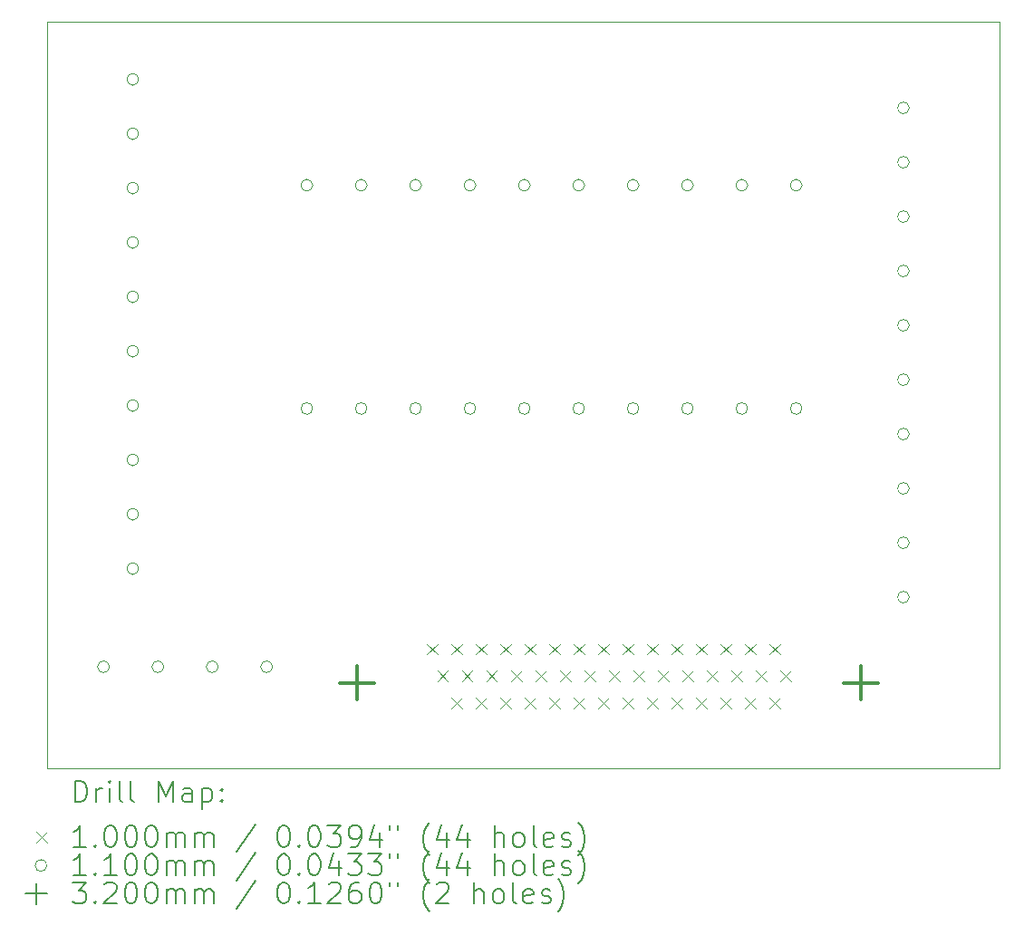
<source format=gbr>
%TF.GenerationSoftware,KiCad,Pcbnew,9.0.4*%
%TF.CreationDate,2025-12-21T19:52:21-05:00*%
%TF.ProjectId,DB44_breakout,44423434-5f62-4726-9561-6b6f75742e6b,rev?*%
%TF.SameCoordinates,Original*%
%TF.FileFunction,Drillmap*%
%TF.FilePolarity,Positive*%
%FSLAX45Y45*%
G04 Gerber Fmt 4.5, Leading zero omitted, Abs format (unit mm)*
G04 Created by KiCad (PCBNEW 9.0.4) date 2025-12-21 19:52:21*
%MOMM*%
%LPD*%
G01*
G04 APERTURE LIST*
%ADD10C,0.050000*%
%ADD11C,0.200000*%
%ADD12C,0.100000*%
%ADD13C,0.110000*%
%ADD14C,0.320000*%
G04 APERTURE END LIST*
D10*
X18100000Y-11500000D02*
X18100000Y-4525000D01*
X9200000Y-11500000D02*
X11350000Y-11500000D01*
X16800000Y-11500000D02*
X11350000Y-11500000D01*
X18100000Y-4525000D02*
X9200000Y-4525000D01*
X16800000Y-11500000D02*
X18100000Y-11500000D01*
X9200000Y-4525000D02*
X9200000Y-11500000D01*
D11*
D12*
X12745500Y-10335000D02*
X12845500Y-10435000D01*
X12845500Y-10335000D02*
X12745500Y-10435000D01*
X12845500Y-10585000D02*
X12945500Y-10685000D01*
X12945500Y-10585000D02*
X12845500Y-10685000D01*
X12974500Y-10335000D02*
X13074500Y-10435000D01*
X13074500Y-10335000D02*
X12974500Y-10435000D01*
X12974500Y-10840000D02*
X13074500Y-10940000D01*
X13074500Y-10840000D02*
X12974500Y-10940000D01*
X13074500Y-10585000D02*
X13174500Y-10685000D01*
X13174500Y-10585000D02*
X13074500Y-10685000D01*
X13203500Y-10335000D02*
X13303500Y-10435000D01*
X13303500Y-10335000D02*
X13203500Y-10435000D01*
X13203500Y-10840000D02*
X13303500Y-10940000D01*
X13303500Y-10840000D02*
X13203500Y-10940000D01*
X13303500Y-10585000D02*
X13403500Y-10685000D01*
X13403500Y-10585000D02*
X13303500Y-10685000D01*
X13432500Y-10335000D02*
X13532500Y-10435000D01*
X13532500Y-10335000D02*
X13432500Y-10435000D01*
X13432500Y-10840000D02*
X13532500Y-10940000D01*
X13532500Y-10840000D02*
X13432500Y-10940000D01*
X13532500Y-10585000D02*
X13632500Y-10685000D01*
X13632500Y-10585000D02*
X13532500Y-10685000D01*
X13661500Y-10335000D02*
X13761500Y-10435000D01*
X13761500Y-10335000D02*
X13661500Y-10435000D01*
X13661500Y-10840000D02*
X13761500Y-10940000D01*
X13761500Y-10840000D02*
X13661500Y-10940000D01*
X13761500Y-10585000D02*
X13861500Y-10685000D01*
X13861500Y-10585000D02*
X13761500Y-10685000D01*
X13890500Y-10335000D02*
X13990500Y-10435000D01*
X13990500Y-10335000D02*
X13890500Y-10435000D01*
X13890500Y-10840000D02*
X13990500Y-10940000D01*
X13990500Y-10840000D02*
X13890500Y-10940000D01*
X13990500Y-10585000D02*
X14090500Y-10685000D01*
X14090500Y-10585000D02*
X13990500Y-10685000D01*
X14119500Y-10335000D02*
X14219500Y-10435000D01*
X14219500Y-10335000D02*
X14119500Y-10435000D01*
X14119500Y-10840000D02*
X14219500Y-10940000D01*
X14219500Y-10840000D02*
X14119500Y-10940000D01*
X14219500Y-10585000D02*
X14319500Y-10685000D01*
X14319500Y-10585000D02*
X14219500Y-10685000D01*
X14348500Y-10335000D02*
X14448500Y-10435000D01*
X14448500Y-10335000D02*
X14348500Y-10435000D01*
X14348500Y-10840000D02*
X14448500Y-10940000D01*
X14448500Y-10840000D02*
X14348500Y-10940000D01*
X14448500Y-10585000D02*
X14548500Y-10685000D01*
X14548500Y-10585000D02*
X14448500Y-10685000D01*
X14577500Y-10335000D02*
X14677500Y-10435000D01*
X14677500Y-10335000D02*
X14577500Y-10435000D01*
X14577500Y-10840000D02*
X14677500Y-10940000D01*
X14677500Y-10840000D02*
X14577500Y-10940000D01*
X14677500Y-10585000D02*
X14777500Y-10685000D01*
X14777500Y-10585000D02*
X14677500Y-10685000D01*
X14806500Y-10335000D02*
X14906500Y-10435000D01*
X14906500Y-10335000D02*
X14806500Y-10435000D01*
X14806500Y-10840000D02*
X14906500Y-10940000D01*
X14906500Y-10840000D02*
X14806500Y-10940000D01*
X14906500Y-10585000D02*
X15006500Y-10685000D01*
X15006500Y-10585000D02*
X14906500Y-10685000D01*
X15035500Y-10335000D02*
X15135500Y-10435000D01*
X15135500Y-10335000D02*
X15035500Y-10435000D01*
X15035500Y-10840000D02*
X15135500Y-10940000D01*
X15135500Y-10840000D02*
X15035500Y-10940000D01*
X15135500Y-10585000D02*
X15235500Y-10685000D01*
X15235500Y-10585000D02*
X15135500Y-10685000D01*
X15264500Y-10335000D02*
X15364500Y-10435000D01*
X15364500Y-10335000D02*
X15264500Y-10435000D01*
X15264500Y-10840000D02*
X15364500Y-10940000D01*
X15364500Y-10840000D02*
X15264500Y-10940000D01*
X15364500Y-10585000D02*
X15464500Y-10685000D01*
X15464500Y-10585000D02*
X15364500Y-10685000D01*
X15493500Y-10335000D02*
X15593500Y-10435000D01*
X15593500Y-10335000D02*
X15493500Y-10435000D01*
X15493500Y-10840000D02*
X15593500Y-10940000D01*
X15593500Y-10840000D02*
X15493500Y-10940000D01*
X15593500Y-10585000D02*
X15693500Y-10685000D01*
X15693500Y-10585000D02*
X15593500Y-10685000D01*
X15722500Y-10335000D02*
X15822500Y-10435000D01*
X15822500Y-10335000D02*
X15722500Y-10435000D01*
X15722500Y-10840000D02*
X15822500Y-10940000D01*
X15822500Y-10840000D02*
X15722500Y-10940000D01*
X15822500Y-10585000D02*
X15922500Y-10685000D01*
X15922500Y-10585000D02*
X15822500Y-10685000D01*
X15951500Y-10335000D02*
X16051500Y-10435000D01*
X16051500Y-10335000D02*
X15951500Y-10435000D01*
X15951500Y-10840000D02*
X16051500Y-10940000D01*
X16051500Y-10840000D02*
X15951500Y-10940000D01*
X16051500Y-10585000D02*
X16151500Y-10685000D01*
X16151500Y-10585000D02*
X16051500Y-10685000D01*
D13*
X9781000Y-10550000D02*
G75*
G02*
X9671000Y-10550000I-55000J0D01*
G01*
X9671000Y-10550000D02*
G75*
G02*
X9781000Y-10550000I55000J0D01*
G01*
X10055000Y-5060000D02*
G75*
G02*
X9945000Y-5060000I-55000J0D01*
G01*
X9945000Y-5060000D02*
G75*
G02*
X10055000Y-5060000I55000J0D01*
G01*
X10055000Y-5568000D02*
G75*
G02*
X9945000Y-5568000I-55000J0D01*
G01*
X9945000Y-5568000D02*
G75*
G02*
X10055000Y-5568000I55000J0D01*
G01*
X10055000Y-6076000D02*
G75*
G02*
X9945000Y-6076000I-55000J0D01*
G01*
X9945000Y-6076000D02*
G75*
G02*
X10055000Y-6076000I55000J0D01*
G01*
X10055000Y-6584000D02*
G75*
G02*
X9945000Y-6584000I-55000J0D01*
G01*
X9945000Y-6584000D02*
G75*
G02*
X10055000Y-6584000I55000J0D01*
G01*
X10055000Y-7092000D02*
G75*
G02*
X9945000Y-7092000I-55000J0D01*
G01*
X9945000Y-7092000D02*
G75*
G02*
X10055000Y-7092000I55000J0D01*
G01*
X10055000Y-7600000D02*
G75*
G02*
X9945000Y-7600000I-55000J0D01*
G01*
X9945000Y-7600000D02*
G75*
G02*
X10055000Y-7600000I55000J0D01*
G01*
X10055000Y-8108000D02*
G75*
G02*
X9945000Y-8108000I-55000J0D01*
G01*
X9945000Y-8108000D02*
G75*
G02*
X10055000Y-8108000I55000J0D01*
G01*
X10055000Y-8616000D02*
G75*
G02*
X9945000Y-8616000I-55000J0D01*
G01*
X9945000Y-8616000D02*
G75*
G02*
X10055000Y-8616000I55000J0D01*
G01*
X10055000Y-9124000D02*
G75*
G02*
X9945000Y-9124000I-55000J0D01*
G01*
X9945000Y-9124000D02*
G75*
G02*
X10055000Y-9124000I55000J0D01*
G01*
X10055000Y-9632000D02*
G75*
G02*
X9945000Y-9632000I-55000J0D01*
G01*
X9945000Y-9632000D02*
G75*
G02*
X10055000Y-9632000I55000J0D01*
G01*
X10289000Y-10550000D02*
G75*
G02*
X10179000Y-10550000I-55000J0D01*
G01*
X10179000Y-10550000D02*
G75*
G02*
X10289000Y-10550000I55000J0D01*
G01*
X10797000Y-10550000D02*
G75*
G02*
X10687000Y-10550000I-55000J0D01*
G01*
X10687000Y-10550000D02*
G75*
G02*
X10797000Y-10550000I55000J0D01*
G01*
X11305000Y-10550000D02*
G75*
G02*
X11195000Y-10550000I-55000J0D01*
G01*
X11195000Y-10550000D02*
G75*
G02*
X11305000Y-10550000I55000J0D01*
G01*
X11681000Y-6050000D02*
G75*
G02*
X11571000Y-6050000I-55000J0D01*
G01*
X11571000Y-6050000D02*
G75*
G02*
X11681000Y-6050000I55000J0D01*
G01*
X11681000Y-8136000D02*
G75*
G02*
X11571000Y-8136000I-55000J0D01*
G01*
X11571000Y-8136000D02*
G75*
G02*
X11681000Y-8136000I55000J0D01*
G01*
X12189000Y-6050000D02*
G75*
G02*
X12079000Y-6050000I-55000J0D01*
G01*
X12079000Y-6050000D02*
G75*
G02*
X12189000Y-6050000I55000J0D01*
G01*
X12189000Y-8136000D02*
G75*
G02*
X12079000Y-8136000I-55000J0D01*
G01*
X12079000Y-8136000D02*
G75*
G02*
X12189000Y-8136000I55000J0D01*
G01*
X12697000Y-6050000D02*
G75*
G02*
X12587000Y-6050000I-55000J0D01*
G01*
X12587000Y-6050000D02*
G75*
G02*
X12697000Y-6050000I55000J0D01*
G01*
X12697000Y-8136000D02*
G75*
G02*
X12587000Y-8136000I-55000J0D01*
G01*
X12587000Y-8136000D02*
G75*
G02*
X12697000Y-8136000I55000J0D01*
G01*
X13205000Y-6050000D02*
G75*
G02*
X13095000Y-6050000I-55000J0D01*
G01*
X13095000Y-6050000D02*
G75*
G02*
X13205000Y-6050000I55000J0D01*
G01*
X13205000Y-8136000D02*
G75*
G02*
X13095000Y-8136000I-55000J0D01*
G01*
X13095000Y-8136000D02*
G75*
G02*
X13205000Y-8136000I55000J0D01*
G01*
X13713000Y-6050000D02*
G75*
G02*
X13603000Y-6050000I-55000J0D01*
G01*
X13603000Y-6050000D02*
G75*
G02*
X13713000Y-6050000I55000J0D01*
G01*
X13713000Y-8136000D02*
G75*
G02*
X13603000Y-8136000I-55000J0D01*
G01*
X13603000Y-8136000D02*
G75*
G02*
X13713000Y-8136000I55000J0D01*
G01*
X14221000Y-6050000D02*
G75*
G02*
X14111000Y-6050000I-55000J0D01*
G01*
X14111000Y-6050000D02*
G75*
G02*
X14221000Y-6050000I55000J0D01*
G01*
X14221000Y-8136000D02*
G75*
G02*
X14111000Y-8136000I-55000J0D01*
G01*
X14111000Y-8136000D02*
G75*
G02*
X14221000Y-8136000I55000J0D01*
G01*
X14729000Y-6050000D02*
G75*
G02*
X14619000Y-6050000I-55000J0D01*
G01*
X14619000Y-6050000D02*
G75*
G02*
X14729000Y-6050000I55000J0D01*
G01*
X14729000Y-8136000D02*
G75*
G02*
X14619000Y-8136000I-55000J0D01*
G01*
X14619000Y-8136000D02*
G75*
G02*
X14729000Y-8136000I55000J0D01*
G01*
X15237000Y-6050000D02*
G75*
G02*
X15127000Y-6050000I-55000J0D01*
G01*
X15127000Y-6050000D02*
G75*
G02*
X15237000Y-6050000I55000J0D01*
G01*
X15237000Y-8136000D02*
G75*
G02*
X15127000Y-8136000I-55000J0D01*
G01*
X15127000Y-8136000D02*
G75*
G02*
X15237000Y-8136000I55000J0D01*
G01*
X15745000Y-6050000D02*
G75*
G02*
X15635000Y-6050000I-55000J0D01*
G01*
X15635000Y-6050000D02*
G75*
G02*
X15745000Y-6050000I55000J0D01*
G01*
X15745000Y-8136000D02*
G75*
G02*
X15635000Y-8136000I-55000J0D01*
G01*
X15635000Y-8136000D02*
G75*
G02*
X15745000Y-8136000I55000J0D01*
G01*
X16253000Y-6050000D02*
G75*
G02*
X16143000Y-6050000I-55000J0D01*
G01*
X16143000Y-6050000D02*
G75*
G02*
X16253000Y-6050000I55000J0D01*
G01*
X16253000Y-8136000D02*
G75*
G02*
X16143000Y-8136000I-55000J0D01*
G01*
X16143000Y-8136000D02*
G75*
G02*
X16253000Y-8136000I55000J0D01*
G01*
X17255000Y-5327000D02*
G75*
G02*
X17145000Y-5327000I-55000J0D01*
G01*
X17145000Y-5327000D02*
G75*
G02*
X17255000Y-5327000I55000J0D01*
G01*
X17255000Y-5835000D02*
G75*
G02*
X17145000Y-5835000I-55000J0D01*
G01*
X17145000Y-5835000D02*
G75*
G02*
X17255000Y-5835000I55000J0D01*
G01*
X17255000Y-6343000D02*
G75*
G02*
X17145000Y-6343000I-55000J0D01*
G01*
X17145000Y-6343000D02*
G75*
G02*
X17255000Y-6343000I55000J0D01*
G01*
X17255000Y-6851000D02*
G75*
G02*
X17145000Y-6851000I-55000J0D01*
G01*
X17145000Y-6851000D02*
G75*
G02*
X17255000Y-6851000I55000J0D01*
G01*
X17255000Y-7359000D02*
G75*
G02*
X17145000Y-7359000I-55000J0D01*
G01*
X17145000Y-7359000D02*
G75*
G02*
X17255000Y-7359000I55000J0D01*
G01*
X17255000Y-7867000D02*
G75*
G02*
X17145000Y-7867000I-55000J0D01*
G01*
X17145000Y-7867000D02*
G75*
G02*
X17255000Y-7867000I55000J0D01*
G01*
X17255000Y-8375000D02*
G75*
G02*
X17145000Y-8375000I-55000J0D01*
G01*
X17145000Y-8375000D02*
G75*
G02*
X17255000Y-8375000I55000J0D01*
G01*
X17255000Y-8883000D02*
G75*
G02*
X17145000Y-8883000I-55000J0D01*
G01*
X17145000Y-8883000D02*
G75*
G02*
X17255000Y-8883000I55000J0D01*
G01*
X17255000Y-9391000D02*
G75*
G02*
X17145000Y-9391000I-55000J0D01*
G01*
X17145000Y-9391000D02*
G75*
G02*
X17255000Y-9391000I55000J0D01*
G01*
X17255000Y-9899000D02*
G75*
G02*
X17145000Y-9899000I-55000J0D01*
G01*
X17145000Y-9899000D02*
G75*
G02*
X17255000Y-9899000I55000J0D01*
G01*
D14*
X12094000Y-10539000D02*
X12094000Y-10859000D01*
X11934000Y-10699000D02*
X12254000Y-10699000D01*
X16804000Y-10539000D02*
X16804000Y-10859000D01*
X16644000Y-10699000D02*
X16964000Y-10699000D01*
D11*
X9458277Y-11813984D02*
X9458277Y-11613984D01*
X9458277Y-11613984D02*
X9505896Y-11613984D01*
X9505896Y-11613984D02*
X9534467Y-11623508D01*
X9534467Y-11623508D02*
X9553515Y-11642555D01*
X9553515Y-11642555D02*
X9563039Y-11661603D01*
X9563039Y-11661603D02*
X9572563Y-11699698D01*
X9572563Y-11699698D02*
X9572563Y-11728269D01*
X9572563Y-11728269D02*
X9563039Y-11766365D01*
X9563039Y-11766365D02*
X9553515Y-11785412D01*
X9553515Y-11785412D02*
X9534467Y-11804460D01*
X9534467Y-11804460D02*
X9505896Y-11813984D01*
X9505896Y-11813984D02*
X9458277Y-11813984D01*
X9658277Y-11813984D02*
X9658277Y-11680650D01*
X9658277Y-11718746D02*
X9667801Y-11699698D01*
X9667801Y-11699698D02*
X9677324Y-11690174D01*
X9677324Y-11690174D02*
X9696372Y-11680650D01*
X9696372Y-11680650D02*
X9715420Y-11680650D01*
X9782086Y-11813984D02*
X9782086Y-11680650D01*
X9782086Y-11613984D02*
X9772563Y-11623508D01*
X9772563Y-11623508D02*
X9782086Y-11633031D01*
X9782086Y-11633031D02*
X9791610Y-11623508D01*
X9791610Y-11623508D02*
X9782086Y-11613984D01*
X9782086Y-11613984D02*
X9782086Y-11633031D01*
X9905896Y-11813984D02*
X9886848Y-11804460D01*
X9886848Y-11804460D02*
X9877324Y-11785412D01*
X9877324Y-11785412D02*
X9877324Y-11613984D01*
X10010658Y-11813984D02*
X9991610Y-11804460D01*
X9991610Y-11804460D02*
X9982086Y-11785412D01*
X9982086Y-11785412D02*
X9982086Y-11613984D01*
X10239229Y-11813984D02*
X10239229Y-11613984D01*
X10239229Y-11613984D02*
X10305896Y-11756841D01*
X10305896Y-11756841D02*
X10372563Y-11613984D01*
X10372563Y-11613984D02*
X10372563Y-11813984D01*
X10553515Y-11813984D02*
X10553515Y-11709222D01*
X10553515Y-11709222D02*
X10543991Y-11690174D01*
X10543991Y-11690174D02*
X10524944Y-11680650D01*
X10524944Y-11680650D02*
X10486848Y-11680650D01*
X10486848Y-11680650D02*
X10467801Y-11690174D01*
X10553515Y-11804460D02*
X10534467Y-11813984D01*
X10534467Y-11813984D02*
X10486848Y-11813984D01*
X10486848Y-11813984D02*
X10467801Y-11804460D01*
X10467801Y-11804460D02*
X10458277Y-11785412D01*
X10458277Y-11785412D02*
X10458277Y-11766365D01*
X10458277Y-11766365D02*
X10467801Y-11747317D01*
X10467801Y-11747317D02*
X10486848Y-11737793D01*
X10486848Y-11737793D02*
X10534467Y-11737793D01*
X10534467Y-11737793D02*
X10553515Y-11728269D01*
X10648753Y-11680650D02*
X10648753Y-11880650D01*
X10648753Y-11690174D02*
X10667801Y-11680650D01*
X10667801Y-11680650D02*
X10705896Y-11680650D01*
X10705896Y-11680650D02*
X10724944Y-11690174D01*
X10724944Y-11690174D02*
X10734467Y-11699698D01*
X10734467Y-11699698D02*
X10743991Y-11718746D01*
X10743991Y-11718746D02*
X10743991Y-11775888D01*
X10743991Y-11775888D02*
X10734467Y-11794936D01*
X10734467Y-11794936D02*
X10724944Y-11804460D01*
X10724944Y-11804460D02*
X10705896Y-11813984D01*
X10705896Y-11813984D02*
X10667801Y-11813984D01*
X10667801Y-11813984D02*
X10648753Y-11804460D01*
X10829705Y-11794936D02*
X10839229Y-11804460D01*
X10839229Y-11804460D02*
X10829705Y-11813984D01*
X10829705Y-11813984D02*
X10820182Y-11804460D01*
X10820182Y-11804460D02*
X10829705Y-11794936D01*
X10829705Y-11794936D02*
X10829705Y-11813984D01*
X10829705Y-11690174D02*
X10839229Y-11699698D01*
X10839229Y-11699698D02*
X10829705Y-11709222D01*
X10829705Y-11709222D02*
X10820182Y-11699698D01*
X10820182Y-11699698D02*
X10829705Y-11690174D01*
X10829705Y-11690174D02*
X10829705Y-11709222D01*
D12*
X9097500Y-12092500D02*
X9197500Y-12192500D01*
X9197500Y-12092500D02*
X9097500Y-12192500D01*
D11*
X9563039Y-12233984D02*
X9448753Y-12233984D01*
X9505896Y-12233984D02*
X9505896Y-12033984D01*
X9505896Y-12033984D02*
X9486848Y-12062555D01*
X9486848Y-12062555D02*
X9467801Y-12081603D01*
X9467801Y-12081603D02*
X9448753Y-12091127D01*
X9648753Y-12214936D02*
X9658277Y-12224460D01*
X9658277Y-12224460D02*
X9648753Y-12233984D01*
X9648753Y-12233984D02*
X9639229Y-12224460D01*
X9639229Y-12224460D02*
X9648753Y-12214936D01*
X9648753Y-12214936D02*
X9648753Y-12233984D01*
X9782086Y-12033984D02*
X9801134Y-12033984D01*
X9801134Y-12033984D02*
X9820182Y-12043508D01*
X9820182Y-12043508D02*
X9829705Y-12053031D01*
X9829705Y-12053031D02*
X9839229Y-12072079D01*
X9839229Y-12072079D02*
X9848753Y-12110174D01*
X9848753Y-12110174D02*
X9848753Y-12157793D01*
X9848753Y-12157793D02*
X9839229Y-12195888D01*
X9839229Y-12195888D02*
X9829705Y-12214936D01*
X9829705Y-12214936D02*
X9820182Y-12224460D01*
X9820182Y-12224460D02*
X9801134Y-12233984D01*
X9801134Y-12233984D02*
X9782086Y-12233984D01*
X9782086Y-12233984D02*
X9763039Y-12224460D01*
X9763039Y-12224460D02*
X9753515Y-12214936D01*
X9753515Y-12214936D02*
X9743991Y-12195888D01*
X9743991Y-12195888D02*
X9734467Y-12157793D01*
X9734467Y-12157793D02*
X9734467Y-12110174D01*
X9734467Y-12110174D02*
X9743991Y-12072079D01*
X9743991Y-12072079D02*
X9753515Y-12053031D01*
X9753515Y-12053031D02*
X9763039Y-12043508D01*
X9763039Y-12043508D02*
X9782086Y-12033984D01*
X9972563Y-12033984D02*
X9991610Y-12033984D01*
X9991610Y-12033984D02*
X10010658Y-12043508D01*
X10010658Y-12043508D02*
X10020182Y-12053031D01*
X10020182Y-12053031D02*
X10029705Y-12072079D01*
X10029705Y-12072079D02*
X10039229Y-12110174D01*
X10039229Y-12110174D02*
X10039229Y-12157793D01*
X10039229Y-12157793D02*
X10029705Y-12195888D01*
X10029705Y-12195888D02*
X10020182Y-12214936D01*
X10020182Y-12214936D02*
X10010658Y-12224460D01*
X10010658Y-12224460D02*
X9991610Y-12233984D01*
X9991610Y-12233984D02*
X9972563Y-12233984D01*
X9972563Y-12233984D02*
X9953515Y-12224460D01*
X9953515Y-12224460D02*
X9943991Y-12214936D01*
X9943991Y-12214936D02*
X9934467Y-12195888D01*
X9934467Y-12195888D02*
X9924944Y-12157793D01*
X9924944Y-12157793D02*
X9924944Y-12110174D01*
X9924944Y-12110174D02*
X9934467Y-12072079D01*
X9934467Y-12072079D02*
X9943991Y-12053031D01*
X9943991Y-12053031D02*
X9953515Y-12043508D01*
X9953515Y-12043508D02*
X9972563Y-12033984D01*
X10163039Y-12033984D02*
X10182086Y-12033984D01*
X10182086Y-12033984D02*
X10201134Y-12043508D01*
X10201134Y-12043508D02*
X10210658Y-12053031D01*
X10210658Y-12053031D02*
X10220182Y-12072079D01*
X10220182Y-12072079D02*
X10229705Y-12110174D01*
X10229705Y-12110174D02*
X10229705Y-12157793D01*
X10229705Y-12157793D02*
X10220182Y-12195888D01*
X10220182Y-12195888D02*
X10210658Y-12214936D01*
X10210658Y-12214936D02*
X10201134Y-12224460D01*
X10201134Y-12224460D02*
X10182086Y-12233984D01*
X10182086Y-12233984D02*
X10163039Y-12233984D01*
X10163039Y-12233984D02*
X10143991Y-12224460D01*
X10143991Y-12224460D02*
X10134467Y-12214936D01*
X10134467Y-12214936D02*
X10124944Y-12195888D01*
X10124944Y-12195888D02*
X10115420Y-12157793D01*
X10115420Y-12157793D02*
X10115420Y-12110174D01*
X10115420Y-12110174D02*
X10124944Y-12072079D01*
X10124944Y-12072079D02*
X10134467Y-12053031D01*
X10134467Y-12053031D02*
X10143991Y-12043508D01*
X10143991Y-12043508D02*
X10163039Y-12033984D01*
X10315420Y-12233984D02*
X10315420Y-12100650D01*
X10315420Y-12119698D02*
X10324944Y-12110174D01*
X10324944Y-12110174D02*
X10343991Y-12100650D01*
X10343991Y-12100650D02*
X10372563Y-12100650D01*
X10372563Y-12100650D02*
X10391610Y-12110174D01*
X10391610Y-12110174D02*
X10401134Y-12129222D01*
X10401134Y-12129222D02*
X10401134Y-12233984D01*
X10401134Y-12129222D02*
X10410658Y-12110174D01*
X10410658Y-12110174D02*
X10429705Y-12100650D01*
X10429705Y-12100650D02*
X10458277Y-12100650D01*
X10458277Y-12100650D02*
X10477325Y-12110174D01*
X10477325Y-12110174D02*
X10486848Y-12129222D01*
X10486848Y-12129222D02*
X10486848Y-12233984D01*
X10582086Y-12233984D02*
X10582086Y-12100650D01*
X10582086Y-12119698D02*
X10591610Y-12110174D01*
X10591610Y-12110174D02*
X10610658Y-12100650D01*
X10610658Y-12100650D02*
X10639229Y-12100650D01*
X10639229Y-12100650D02*
X10658277Y-12110174D01*
X10658277Y-12110174D02*
X10667801Y-12129222D01*
X10667801Y-12129222D02*
X10667801Y-12233984D01*
X10667801Y-12129222D02*
X10677325Y-12110174D01*
X10677325Y-12110174D02*
X10696372Y-12100650D01*
X10696372Y-12100650D02*
X10724944Y-12100650D01*
X10724944Y-12100650D02*
X10743991Y-12110174D01*
X10743991Y-12110174D02*
X10753515Y-12129222D01*
X10753515Y-12129222D02*
X10753515Y-12233984D01*
X11143991Y-12024460D02*
X10972563Y-12281603D01*
X11401134Y-12033984D02*
X11420182Y-12033984D01*
X11420182Y-12033984D02*
X11439229Y-12043508D01*
X11439229Y-12043508D02*
X11448753Y-12053031D01*
X11448753Y-12053031D02*
X11458277Y-12072079D01*
X11458277Y-12072079D02*
X11467801Y-12110174D01*
X11467801Y-12110174D02*
X11467801Y-12157793D01*
X11467801Y-12157793D02*
X11458277Y-12195888D01*
X11458277Y-12195888D02*
X11448753Y-12214936D01*
X11448753Y-12214936D02*
X11439229Y-12224460D01*
X11439229Y-12224460D02*
X11420182Y-12233984D01*
X11420182Y-12233984D02*
X11401134Y-12233984D01*
X11401134Y-12233984D02*
X11382086Y-12224460D01*
X11382086Y-12224460D02*
X11372563Y-12214936D01*
X11372563Y-12214936D02*
X11363039Y-12195888D01*
X11363039Y-12195888D02*
X11353515Y-12157793D01*
X11353515Y-12157793D02*
X11353515Y-12110174D01*
X11353515Y-12110174D02*
X11363039Y-12072079D01*
X11363039Y-12072079D02*
X11372563Y-12053031D01*
X11372563Y-12053031D02*
X11382086Y-12043508D01*
X11382086Y-12043508D02*
X11401134Y-12033984D01*
X11553515Y-12214936D02*
X11563039Y-12224460D01*
X11563039Y-12224460D02*
X11553515Y-12233984D01*
X11553515Y-12233984D02*
X11543991Y-12224460D01*
X11543991Y-12224460D02*
X11553515Y-12214936D01*
X11553515Y-12214936D02*
X11553515Y-12233984D01*
X11686848Y-12033984D02*
X11705896Y-12033984D01*
X11705896Y-12033984D02*
X11724944Y-12043508D01*
X11724944Y-12043508D02*
X11734467Y-12053031D01*
X11734467Y-12053031D02*
X11743991Y-12072079D01*
X11743991Y-12072079D02*
X11753515Y-12110174D01*
X11753515Y-12110174D02*
X11753515Y-12157793D01*
X11753515Y-12157793D02*
X11743991Y-12195888D01*
X11743991Y-12195888D02*
X11734467Y-12214936D01*
X11734467Y-12214936D02*
X11724944Y-12224460D01*
X11724944Y-12224460D02*
X11705896Y-12233984D01*
X11705896Y-12233984D02*
X11686848Y-12233984D01*
X11686848Y-12233984D02*
X11667801Y-12224460D01*
X11667801Y-12224460D02*
X11658277Y-12214936D01*
X11658277Y-12214936D02*
X11648753Y-12195888D01*
X11648753Y-12195888D02*
X11639229Y-12157793D01*
X11639229Y-12157793D02*
X11639229Y-12110174D01*
X11639229Y-12110174D02*
X11648753Y-12072079D01*
X11648753Y-12072079D02*
X11658277Y-12053031D01*
X11658277Y-12053031D02*
X11667801Y-12043508D01*
X11667801Y-12043508D02*
X11686848Y-12033984D01*
X11820182Y-12033984D02*
X11943991Y-12033984D01*
X11943991Y-12033984D02*
X11877325Y-12110174D01*
X11877325Y-12110174D02*
X11905896Y-12110174D01*
X11905896Y-12110174D02*
X11924944Y-12119698D01*
X11924944Y-12119698D02*
X11934467Y-12129222D01*
X11934467Y-12129222D02*
X11943991Y-12148269D01*
X11943991Y-12148269D02*
X11943991Y-12195888D01*
X11943991Y-12195888D02*
X11934467Y-12214936D01*
X11934467Y-12214936D02*
X11924944Y-12224460D01*
X11924944Y-12224460D02*
X11905896Y-12233984D01*
X11905896Y-12233984D02*
X11848753Y-12233984D01*
X11848753Y-12233984D02*
X11829706Y-12224460D01*
X11829706Y-12224460D02*
X11820182Y-12214936D01*
X12039229Y-12233984D02*
X12077325Y-12233984D01*
X12077325Y-12233984D02*
X12096372Y-12224460D01*
X12096372Y-12224460D02*
X12105896Y-12214936D01*
X12105896Y-12214936D02*
X12124944Y-12186365D01*
X12124944Y-12186365D02*
X12134467Y-12148269D01*
X12134467Y-12148269D02*
X12134467Y-12072079D01*
X12134467Y-12072079D02*
X12124944Y-12053031D01*
X12124944Y-12053031D02*
X12115420Y-12043508D01*
X12115420Y-12043508D02*
X12096372Y-12033984D01*
X12096372Y-12033984D02*
X12058277Y-12033984D01*
X12058277Y-12033984D02*
X12039229Y-12043508D01*
X12039229Y-12043508D02*
X12029706Y-12053031D01*
X12029706Y-12053031D02*
X12020182Y-12072079D01*
X12020182Y-12072079D02*
X12020182Y-12119698D01*
X12020182Y-12119698D02*
X12029706Y-12138746D01*
X12029706Y-12138746D02*
X12039229Y-12148269D01*
X12039229Y-12148269D02*
X12058277Y-12157793D01*
X12058277Y-12157793D02*
X12096372Y-12157793D01*
X12096372Y-12157793D02*
X12115420Y-12148269D01*
X12115420Y-12148269D02*
X12124944Y-12138746D01*
X12124944Y-12138746D02*
X12134467Y-12119698D01*
X12305896Y-12100650D02*
X12305896Y-12233984D01*
X12258277Y-12024460D02*
X12210658Y-12167317D01*
X12210658Y-12167317D02*
X12334467Y-12167317D01*
X12401134Y-12033984D02*
X12401134Y-12072079D01*
X12477325Y-12033984D02*
X12477325Y-12072079D01*
X12772563Y-12310174D02*
X12763039Y-12300650D01*
X12763039Y-12300650D02*
X12743991Y-12272079D01*
X12743991Y-12272079D02*
X12734468Y-12253031D01*
X12734468Y-12253031D02*
X12724944Y-12224460D01*
X12724944Y-12224460D02*
X12715420Y-12176841D01*
X12715420Y-12176841D02*
X12715420Y-12138746D01*
X12715420Y-12138746D02*
X12724944Y-12091127D01*
X12724944Y-12091127D02*
X12734468Y-12062555D01*
X12734468Y-12062555D02*
X12743991Y-12043508D01*
X12743991Y-12043508D02*
X12763039Y-12014936D01*
X12763039Y-12014936D02*
X12772563Y-12005412D01*
X12934468Y-12100650D02*
X12934468Y-12233984D01*
X12886848Y-12024460D02*
X12839229Y-12167317D01*
X12839229Y-12167317D02*
X12963039Y-12167317D01*
X13124944Y-12100650D02*
X13124944Y-12233984D01*
X13077325Y-12024460D02*
X13029706Y-12167317D01*
X13029706Y-12167317D02*
X13153515Y-12167317D01*
X13382087Y-12233984D02*
X13382087Y-12033984D01*
X13467801Y-12233984D02*
X13467801Y-12129222D01*
X13467801Y-12129222D02*
X13458277Y-12110174D01*
X13458277Y-12110174D02*
X13439230Y-12100650D01*
X13439230Y-12100650D02*
X13410658Y-12100650D01*
X13410658Y-12100650D02*
X13391610Y-12110174D01*
X13391610Y-12110174D02*
X13382087Y-12119698D01*
X13591610Y-12233984D02*
X13572563Y-12224460D01*
X13572563Y-12224460D02*
X13563039Y-12214936D01*
X13563039Y-12214936D02*
X13553515Y-12195888D01*
X13553515Y-12195888D02*
X13553515Y-12138746D01*
X13553515Y-12138746D02*
X13563039Y-12119698D01*
X13563039Y-12119698D02*
X13572563Y-12110174D01*
X13572563Y-12110174D02*
X13591610Y-12100650D01*
X13591610Y-12100650D02*
X13620182Y-12100650D01*
X13620182Y-12100650D02*
X13639230Y-12110174D01*
X13639230Y-12110174D02*
X13648753Y-12119698D01*
X13648753Y-12119698D02*
X13658277Y-12138746D01*
X13658277Y-12138746D02*
X13658277Y-12195888D01*
X13658277Y-12195888D02*
X13648753Y-12214936D01*
X13648753Y-12214936D02*
X13639230Y-12224460D01*
X13639230Y-12224460D02*
X13620182Y-12233984D01*
X13620182Y-12233984D02*
X13591610Y-12233984D01*
X13772563Y-12233984D02*
X13753515Y-12224460D01*
X13753515Y-12224460D02*
X13743991Y-12205412D01*
X13743991Y-12205412D02*
X13743991Y-12033984D01*
X13924944Y-12224460D02*
X13905896Y-12233984D01*
X13905896Y-12233984D02*
X13867801Y-12233984D01*
X13867801Y-12233984D02*
X13848753Y-12224460D01*
X13848753Y-12224460D02*
X13839230Y-12205412D01*
X13839230Y-12205412D02*
X13839230Y-12129222D01*
X13839230Y-12129222D02*
X13848753Y-12110174D01*
X13848753Y-12110174D02*
X13867801Y-12100650D01*
X13867801Y-12100650D02*
X13905896Y-12100650D01*
X13905896Y-12100650D02*
X13924944Y-12110174D01*
X13924944Y-12110174D02*
X13934468Y-12129222D01*
X13934468Y-12129222D02*
X13934468Y-12148269D01*
X13934468Y-12148269D02*
X13839230Y-12167317D01*
X14010658Y-12224460D02*
X14029706Y-12233984D01*
X14029706Y-12233984D02*
X14067801Y-12233984D01*
X14067801Y-12233984D02*
X14086849Y-12224460D01*
X14086849Y-12224460D02*
X14096372Y-12205412D01*
X14096372Y-12205412D02*
X14096372Y-12195888D01*
X14096372Y-12195888D02*
X14086849Y-12176841D01*
X14086849Y-12176841D02*
X14067801Y-12167317D01*
X14067801Y-12167317D02*
X14039230Y-12167317D01*
X14039230Y-12167317D02*
X14020182Y-12157793D01*
X14020182Y-12157793D02*
X14010658Y-12138746D01*
X14010658Y-12138746D02*
X14010658Y-12129222D01*
X14010658Y-12129222D02*
X14020182Y-12110174D01*
X14020182Y-12110174D02*
X14039230Y-12100650D01*
X14039230Y-12100650D02*
X14067801Y-12100650D01*
X14067801Y-12100650D02*
X14086849Y-12110174D01*
X14163039Y-12310174D02*
X14172563Y-12300650D01*
X14172563Y-12300650D02*
X14191611Y-12272079D01*
X14191611Y-12272079D02*
X14201134Y-12253031D01*
X14201134Y-12253031D02*
X14210658Y-12224460D01*
X14210658Y-12224460D02*
X14220182Y-12176841D01*
X14220182Y-12176841D02*
X14220182Y-12138746D01*
X14220182Y-12138746D02*
X14210658Y-12091127D01*
X14210658Y-12091127D02*
X14201134Y-12062555D01*
X14201134Y-12062555D02*
X14191611Y-12043508D01*
X14191611Y-12043508D02*
X14172563Y-12014936D01*
X14172563Y-12014936D02*
X14163039Y-12005412D01*
D13*
X9197500Y-12406500D02*
G75*
G02*
X9087500Y-12406500I-55000J0D01*
G01*
X9087500Y-12406500D02*
G75*
G02*
X9197500Y-12406500I55000J0D01*
G01*
D11*
X9563039Y-12497984D02*
X9448753Y-12497984D01*
X9505896Y-12497984D02*
X9505896Y-12297984D01*
X9505896Y-12297984D02*
X9486848Y-12326555D01*
X9486848Y-12326555D02*
X9467801Y-12345603D01*
X9467801Y-12345603D02*
X9448753Y-12355127D01*
X9648753Y-12478936D02*
X9658277Y-12488460D01*
X9658277Y-12488460D02*
X9648753Y-12497984D01*
X9648753Y-12497984D02*
X9639229Y-12488460D01*
X9639229Y-12488460D02*
X9648753Y-12478936D01*
X9648753Y-12478936D02*
X9648753Y-12497984D01*
X9848753Y-12497984D02*
X9734467Y-12497984D01*
X9791610Y-12497984D02*
X9791610Y-12297984D01*
X9791610Y-12297984D02*
X9772563Y-12326555D01*
X9772563Y-12326555D02*
X9753515Y-12345603D01*
X9753515Y-12345603D02*
X9734467Y-12355127D01*
X9972563Y-12297984D02*
X9991610Y-12297984D01*
X9991610Y-12297984D02*
X10010658Y-12307508D01*
X10010658Y-12307508D02*
X10020182Y-12317031D01*
X10020182Y-12317031D02*
X10029705Y-12336079D01*
X10029705Y-12336079D02*
X10039229Y-12374174D01*
X10039229Y-12374174D02*
X10039229Y-12421793D01*
X10039229Y-12421793D02*
X10029705Y-12459888D01*
X10029705Y-12459888D02*
X10020182Y-12478936D01*
X10020182Y-12478936D02*
X10010658Y-12488460D01*
X10010658Y-12488460D02*
X9991610Y-12497984D01*
X9991610Y-12497984D02*
X9972563Y-12497984D01*
X9972563Y-12497984D02*
X9953515Y-12488460D01*
X9953515Y-12488460D02*
X9943991Y-12478936D01*
X9943991Y-12478936D02*
X9934467Y-12459888D01*
X9934467Y-12459888D02*
X9924944Y-12421793D01*
X9924944Y-12421793D02*
X9924944Y-12374174D01*
X9924944Y-12374174D02*
X9934467Y-12336079D01*
X9934467Y-12336079D02*
X9943991Y-12317031D01*
X9943991Y-12317031D02*
X9953515Y-12307508D01*
X9953515Y-12307508D02*
X9972563Y-12297984D01*
X10163039Y-12297984D02*
X10182086Y-12297984D01*
X10182086Y-12297984D02*
X10201134Y-12307508D01*
X10201134Y-12307508D02*
X10210658Y-12317031D01*
X10210658Y-12317031D02*
X10220182Y-12336079D01*
X10220182Y-12336079D02*
X10229705Y-12374174D01*
X10229705Y-12374174D02*
X10229705Y-12421793D01*
X10229705Y-12421793D02*
X10220182Y-12459888D01*
X10220182Y-12459888D02*
X10210658Y-12478936D01*
X10210658Y-12478936D02*
X10201134Y-12488460D01*
X10201134Y-12488460D02*
X10182086Y-12497984D01*
X10182086Y-12497984D02*
X10163039Y-12497984D01*
X10163039Y-12497984D02*
X10143991Y-12488460D01*
X10143991Y-12488460D02*
X10134467Y-12478936D01*
X10134467Y-12478936D02*
X10124944Y-12459888D01*
X10124944Y-12459888D02*
X10115420Y-12421793D01*
X10115420Y-12421793D02*
X10115420Y-12374174D01*
X10115420Y-12374174D02*
X10124944Y-12336079D01*
X10124944Y-12336079D02*
X10134467Y-12317031D01*
X10134467Y-12317031D02*
X10143991Y-12307508D01*
X10143991Y-12307508D02*
X10163039Y-12297984D01*
X10315420Y-12497984D02*
X10315420Y-12364650D01*
X10315420Y-12383698D02*
X10324944Y-12374174D01*
X10324944Y-12374174D02*
X10343991Y-12364650D01*
X10343991Y-12364650D02*
X10372563Y-12364650D01*
X10372563Y-12364650D02*
X10391610Y-12374174D01*
X10391610Y-12374174D02*
X10401134Y-12393222D01*
X10401134Y-12393222D02*
X10401134Y-12497984D01*
X10401134Y-12393222D02*
X10410658Y-12374174D01*
X10410658Y-12374174D02*
X10429705Y-12364650D01*
X10429705Y-12364650D02*
X10458277Y-12364650D01*
X10458277Y-12364650D02*
X10477325Y-12374174D01*
X10477325Y-12374174D02*
X10486848Y-12393222D01*
X10486848Y-12393222D02*
X10486848Y-12497984D01*
X10582086Y-12497984D02*
X10582086Y-12364650D01*
X10582086Y-12383698D02*
X10591610Y-12374174D01*
X10591610Y-12374174D02*
X10610658Y-12364650D01*
X10610658Y-12364650D02*
X10639229Y-12364650D01*
X10639229Y-12364650D02*
X10658277Y-12374174D01*
X10658277Y-12374174D02*
X10667801Y-12393222D01*
X10667801Y-12393222D02*
X10667801Y-12497984D01*
X10667801Y-12393222D02*
X10677325Y-12374174D01*
X10677325Y-12374174D02*
X10696372Y-12364650D01*
X10696372Y-12364650D02*
X10724944Y-12364650D01*
X10724944Y-12364650D02*
X10743991Y-12374174D01*
X10743991Y-12374174D02*
X10753515Y-12393222D01*
X10753515Y-12393222D02*
X10753515Y-12497984D01*
X11143991Y-12288460D02*
X10972563Y-12545603D01*
X11401134Y-12297984D02*
X11420182Y-12297984D01*
X11420182Y-12297984D02*
X11439229Y-12307508D01*
X11439229Y-12307508D02*
X11448753Y-12317031D01*
X11448753Y-12317031D02*
X11458277Y-12336079D01*
X11458277Y-12336079D02*
X11467801Y-12374174D01*
X11467801Y-12374174D02*
X11467801Y-12421793D01*
X11467801Y-12421793D02*
X11458277Y-12459888D01*
X11458277Y-12459888D02*
X11448753Y-12478936D01*
X11448753Y-12478936D02*
X11439229Y-12488460D01*
X11439229Y-12488460D02*
X11420182Y-12497984D01*
X11420182Y-12497984D02*
X11401134Y-12497984D01*
X11401134Y-12497984D02*
X11382086Y-12488460D01*
X11382086Y-12488460D02*
X11372563Y-12478936D01*
X11372563Y-12478936D02*
X11363039Y-12459888D01*
X11363039Y-12459888D02*
X11353515Y-12421793D01*
X11353515Y-12421793D02*
X11353515Y-12374174D01*
X11353515Y-12374174D02*
X11363039Y-12336079D01*
X11363039Y-12336079D02*
X11372563Y-12317031D01*
X11372563Y-12317031D02*
X11382086Y-12307508D01*
X11382086Y-12307508D02*
X11401134Y-12297984D01*
X11553515Y-12478936D02*
X11563039Y-12488460D01*
X11563039Y-12488460D02*
X11553515Y-12497984D01*
X11553515Y-12497984D02*
X11543991Y-12488460D01*
X11543991Y-12488460D02*
X11553515Y-12478936D01*
X11553515Y-12478936D02*
X11553515Y-12497984D01*
X11686848Y-12297984D02*
X11705896Y-12297984D01*
X11705896Y-12297984D02*
X11724944Y-12307508D01*
X11724944Y-12307508D02*
X11734467Y-12317031D01*
X11734467Y-12317031D02*
X11743991Y-12336079D01*
X11743991Y-12336079D02*
X11753515Y-12374174D01*
X11753515Y-12374174D02*
X11753515Y-12421793D01*
X11753515Y-12421793D02*
X11743991Y-12459888D01*
X11743991Y-12459888D02*
X11734467Y-12478936D01*
X11734467Y-12478936D02*
X11724944Y-12488460D01*
X11724944Y-12488460D02*
X11705896Y-12497984D01*
X11705896Y-12497984D02*
X11686848Y-12497984D01*
X11686848Y-12497984D02*
X11667801Y-12488460D01*
X11667801Y-12488460D02*
X11658277Y-12478936D01*
X11658277Y-12478936D02*
X11648753Y-12459888D01*
X11648753Y-12459888D02*
X11639229Y-12421793D01*
X11639229Y-12421793D02*
X11639229Y-12374174D01*
X11639229Y-12374174D02*
X11648753Y-12336079D01*
X11648753Y-12336079D02*
X11658277Y-12317031D01*
X11658277Y-12317031D02*
X11667801Y-12307508D01*
X11667801Y-12307508D02*
X11686848Y-12297984D01*
X11924944Y-12364650D02*
X11924944Y-12497984D01*
X11877325Y-12288460D02*
X11829706Y-12431317D01*
X11829706Y-12431317D02*
X11953515Y-12431317D01*
X12010658Y-12297984D02*
X12134467Y-12297984D01*
X12134467Y-12297984D02*
X12067801Y-12374174D01*
X12067801Y-12374174D02*
X12096372Y-12374174D01*
X12096372Y-12374174D02*
X12115420Y-12383698D01*
X12115420Y-12383698D02*
X12124944Y-12393222D01*
X12124944Y-12393222D02*
X12134467Y-12412269D01*
X12134467Y-12412269D02*
X12134467Y-12459888D01*
X12134467Y-12459888D02*
X12124944Y-12478936D01*
X12124944Y-12478936D02*
X12115420Y-12488460D01*
X12115420Y-12488460D02*
X12096372Y-12497984D01*
X12096372Y-12497984D02*
X12039229Y-12497984D01*
X12039229Y-12497984D02*
X12020182Y-12488460D01*
X12020182Y-12488460D02*
X12010658Y-12478936D01*
X12201134Y-12297984D02*
X12324944Y-12297984D01*
X12324944Y-12297984D02*
X12258277Y-12374174D01*
X12258277Y-12374174D02*
X12286848Y-12374174D01*
X12286848Y-12374174D02*
X12305896Y-12383698D01*
X12305896Y-12383698D02*
X12315420Y-12393222D01*
X12315420Y-12393222D02*
X12324944Y-12412269D01*
X12324944Y-12412269D02*
X12324944Y-12459888D01*
X12324944Y-12459888D02*
X12315420Y-12478936D01*
X12315420Y-12478936D02*
X12305896Y-12488460D01*
X12305896Y-12488460D02*
X12286848Y-12497984D01*
X12286848Y-12497984D02*
X12229706Y-12497984D01*
X12229706Y-12497984D02*
X12210658Y-12488460D01*
X12210658Y-12488460D02*
X12201134Y-12478936D01*
X12401134Y-12297984D02*
X12401134Y-12336079D01*
X12477325Y-12297984D02*
X12477325Y-12336079D01*
X12772563Y-12574174D02*
X12763039Y-12564650D01*
X12763039Y-12564650D02*
X12743991Y-12536079D01*
X12743991Y-12536079D02*
X12734468Y-12517031D01*
X12734468Y-12517031D02*
X12724944Y-12488460D01*
X12724944Y-12488460D02*
X12715420Y-12440841D01*
X12715420Y-12440841D02*
X12715420Y-12402746D01*
X12715420Y-12402746D02*
X12724944Y-12355127D01*
X12724944Y-12355127D02*
X12734468Y-12326555D01*
X12734468Y-12326555D02*
X12743991Y-12307508D01*
X12743991Y-12307508D02*
X12763039Y-12278936D01*
X12763039Y-12278936D02*
X12772563Y-12269412D01*
X12934468Y-12364650D02*
X12934468Y-12497984D01*
X12886848Y-12288460D02*
X12839229Y-12431317D01*
X12839229Y-12431317D02*
X12963039Y-12431317D01*
X13124944Y-12364650D02*
X13124944Y-12497984D01*
X13077325Y-12288460D02*
X13029706Y-12431317D01*
X13029706Y-12431317D02*
X13153515Y-12431317D01*
X13382087Y-12497984D02*
X13382087Y-12297984D01*
X13467801Y-12497984D02*
X13467801Y-12393222D01*
X13467801Y-12393222D02*
X13458277Y-12374174D01*
X13458277Y-12374174D02*
X13439230Y-12364650D01*
X13439230Y-12364650D02*
X13410658Y-12364650D01*
X13410658Y-12364650D02*
X13391610Y-12374174D01*
X13391610Y-12374174D02*
X13382087Y-12383698D01*
X13591610Y-12497984D02*
X13572563Y-12488460D01*
X13572563Y-12488460D02*
X13563039Y-12478936D01*
X13563039Y-12478936D02*
X13553515Y-12459888D01*
X13553515Y-12459888D02*
X13553515Y-12402746D01*
X13553515Y-12402746D02*
X13563039Y-12383698D01*
X13563039Y-12383698D02*
X13572563Y-12374174D01*
X13572563Y-12374174D02*
X13591610Y-12364650D01*
X13591610Y-12364650D02*
X13620182Y-12364650D01*
X13620182Y-12364650D02*
X13639230Y-12374174D01*
X13639230Y-12374174D02*
X13648753Y-12383698D01*
X13648753Y-12383698D02*
X13658277Y-12402746D01*
X13658277Y-12402746D02*
X13658277Y-12459888D01*
X13658277Y-12459888D02*
X13648753Y-12478936D01*
X13648753Y-12478936D02*
X13639230Y-12488460D01*
X13639230Y-12488460D02*
X13620182Y-12497984D01*
X13620182Y-12497984D02*
X13591610Y-12497984D01*
X13772563Y-12497984D02*
X13753515Y-12488460D01*
X13753515Y-12488460D02*
X13743991Y-12469412D01*
X13743991Y-12469412D02*
X13743991Y-12297984D01*
X13924944Y-12488460D02*
X13905896Y-12497984D01*
X13905896Y-12497984D02*
X13867801Y-12497984D01*
X13867801Y-12497984D02*
X13848753Y-12488460D01*
X13848753Y-12488460D02*
X13839230Y-12469412D01*
X13839230Y-12469412D02*
X13839230Y-12393222D01*
X13839230Y-12393222D02*
X13848753Y-12374174D01*
X13848753Y-12374174D02*
X13867801Y-12364650D01*
X13867801Y-12364650D02*
X13905896Y-12364650D01*
X13905896Y-12364650D02*
X13924944Y-12374174D01*
X13924944Y-12374174D02*
X13934468Y-12393222D01*
X13934468Y-12393222D02*
X13934468Y-12412269D01*
X13934468Y-12412269D02*
X13839230Y-12431317D01*
X14010658Y-12488460D02*
X14029706Y-12497984D01*
X14029706Y-12497984D02*
X14067801Y-12497984D01*
X14067801Y-12497984D02*
X14086849Y-12488460D01*
X14086849Y-12488460D02*
X14096372Y-12469412D01*
X14096372Y-12469412D02*
X14096372Y-12459888D01*
X14096372Y-12459888D02*
X14086849Y-12440841D01*
X14086849Y-12440841D02*
X14067801Y-12431317D01*
X14067801Y-12431317D02*
X14039230Y-12431317D01*
X14039230Y-12431317D02*
X14020182Y-12421793D01*
X14020182Y-12421793D02*
X14010658Y-12402746D01*
X14010658Y-12402746D02*
X14010658Y-12393222D01*
X14010658Y-12393222D02*
X14020182Y-12374174D01*
X14020182Y-12374174D02*
X14039230Y-12364650D01*
X14039230Y-12364650D02*
X14067801Y-12364650D01*
X14067801Y-12364650D02*
X14086849Y-12374174D01*
X14163039Y-12574174D02*
X14172563Y-12564650D01*
X14172563Y-12564650D02*
X14191611Y-12536079D01*
X14191611Y-12536079D02*
X14201134Y-12517031D01*
X14201134Y-12517031D02*
X14210658Y-12488460D01*
X14210658Y-12488460D02*
X14220182Y-12440841D01*
X14220182Y-12440841D02*
X14220182Y-12402746D01*
X14220182Y-12402746D02*
X14210658Y-12355127D01*
X14210658Y-12355127D02*
X14201134Y-12326555D01*
X14201134Y-12326555D02*
X14191611Y-12307508D01*
X14191611Y-12307508D02*
X14172563Y-12278936D01*
X14172563Y-12278936D02*
X14163039Y-12269412D01*
X9097500Y-12570500D02*
X9097500Y-12770500D01*
X8997500Y-12670500D02*
X9197500Y-12670500D01*
X9439229Y-12561984D02*
X9563039Y-12561984D01*
X9563039Y-12561984D02*
X9496372Y-12638174D01*
X9496372Y-12638174D02*
X9524944Y-12638174D01*
X9524944Y-12638174D02*
X9543991Y-12647698D01*
X9543991Y-12647698D02*
X9553515Y-12657222D01*
X9553515Y-12657222D02*
X9563039Y-12676269D01*
X9563039Y-12676269D02*
X9563039Y-12723888D01*
X9563039Y-12723888D02*
X9553515Y-12742936D01*
X9553515Y-12742936D02*
X9543991Y-12752460D01*
X9543991Y-12752460D02*
X9524944Y-12761984D01*
X9524944Y-12761984D02*
X9467801Y-12761984D01*
X9467801Y-12761984D02*
X9448753Y-12752460D01*
X9448753Y-12752460D02*
X9439229Y-12742936D01*
X9648753Y-12742936D02*
X9658277Y-12752460D01*
X9658277Y-12752460D02*
X9648753Y-12761984D01*
X9648753Y-12761984D02*
X9639229Y-12752460D01*
X9639229Y-12752460D02*
X9648753Y-12742936D01*
X9648753Y-12742936D02*
X9648753Y-12761984D01*
X9734467Y-12581031D02*
X9743991Y-12571508D01*
X9743991Y-12571508D02*
X9763039Y-12561984D01*
X9763039Y-12561984D02*
X9810658Y-12561984D01*
X9810658Y-12561984D02*
X9829705Y-12571508D01*
X9829705Y-12571508D02*
X9839229Y-12581031D01*
X9839229Y-12581031D02*
X9848753Y-12600079D01*
X9848753Y-12600079D02*
X9848753Y-12619127D01*
X9848753Y-12619127D02*
X9839229Y-12647698D01*
X9839229Y-12647698D02*
X9724944Y-12761984D01*
X9724944Y-12761984D02*
X9848753Y-12761984D01*
X9972563Y-12561984D02*
X9991610Y-12561984D01*
X9991610Y-12561984D02*
X10010658Y-12571508D01*
X10010658Y-12571508D02*
X10020182Y-12581031D01*
X10020182Y-12581031D02*
X10029705Y-12600079D01*
X10029705Y-12600079D02*
X10039229Y-12638174D01*
X10039229Y-12638174D02*
X10039229Y-12685793D01*
X10039229Y-12685793D02*
X10029705Y-12723888D01*
X10029705Y-12723888D02*
X10020182Y-12742936D01*
X10020182Y-12742936D02*
X10010658Y-12752460D01*
X10010658Y-12752460D02*
X9991610Y-12761984D01*
X9991610Y-12761984D02*
X9972563Y-12761984D01*
X9972563Y-12761984D02*
X9953515Y-12752460D01*
X9953515Y-12752460D02*
X9943991Y-12742936D01*
X9943991Y-12742936D02*
X9934467Y-12723888D01*
X9934467Y-12723888D02*
X9924944Y-12685793D01*
X9924944Y-12685793D02*
X9924944Y-12638174D01*
X9924944Y-12638174D02*
X9934467Y-12600079D01*
X9934467Y-12600079D02*
X9943991Y-12581031D01*
X9943991Y-12581031D02*
X9953515Y-12571508D01*
X9953515Y-12571508D02*
X9972563Y-12561984D01*
X10163039Y-12561984D02*
X10182086Y-12561984D01*
X10182086Y-12561984D02*
X10201134Y-12571508D01*
X10201134Y-12571508D02*
X10210658Y-12581031D01*
X10210658Y-12581031D02*
X10220182Y-12600079D01*
X10220182Y-12600079D02*
X10229705Y-12638174D01*
X10229705Y-12638174D02*
X10229705Y-12685793D01*
X10229705Y-12685793D02*
X10220182Y-12723888D01*
X10220182Y-12723888D02*
X10210658Y-12742936D01*
X10210658Y-12742936D02*
X10201134Y-12752460D01*
X10201134Y-12752460D02*
X10182086Y-12761984D01*
X10182086Y-12761984D02*
X10163039Y-12761984D01*
X10163039Y-12761984D02*
X10143991Y-12752460D01*
X10143991Y-12752460D02*
X10134467Y-12742936D01*
X10134467Y-12742936D02*
X10124944Y-12723888D01*
X10124944Y-12723888D02*
X10115420Y-12685793D01*
X10115420Y-12685793D02*
X10115420Y-12638174D01*
X10115420Y-12638174D02*
X10124944Y-12600079D01*
X10124944Y-12600079D02*
X10134467Y-12581031D01*
X10134467Y-12581031D02*
X10143991Y-12571508D01*
X10143991Y-12571508D02*
X10163039Y-12561984D01*
X10315420Y-12761984D02*
X10315420Y-12628650D01*
X10315420Y-12647698D02*
X10324944Y-12638174D01*
X10324944Y-12638174D02*
X10343991Y-12628650D01*
X10343991Y-12628650D02*
X10372563Y-12628650D01*
X10372563Y-12628650D02*
X10391610Y-12638174D01*
X10391610Y-12638174D02*
X10401134Y-12657222D01*
X10401134Y-12657222D02*
X10401134Y-12761984D01*
X10401134Y-12657222D02*
X10410658Y-12638174D01*
X10410658Y-12638174D02*
X10429705Y-12628650D01*
X10429705Y-12628650D02*
X10458277Y-12628650D01*
X10458277Y-12628650D02*
X10477325Y-12638174D01*
X10477325Y-12638174D02*
X10486848Y-12657222D01*
X10486848Y-12657222D02*
X10486848Y-12761984D01*
X10582086Y-12761984D02*
X10582086Y-12628650D01*
X10582086Y-12647698D02*
X10591610Y-12638174D01*
X10591610Y-12638174D02*
X10610658Y-12628650D01*
X10610658Y-12628650D02*
X10639229Y-12628650D01*
X10639229Y-12628650D02*
X10658277Y-12638174D01*
X10658277Y-12638174D02*
X10667801Y-12657222D01*
X10667801Y-12657222D02*
X10667801Y-12761984D01*
X10667801Y-12657222D02*
X10677325Y-12638174D01*
X10677325Y-12638174D02*
X10696372Y-12628650D01*
X10696372Y-12628650D02*
X10724944Y-12628650D01*
X10724944Y-12628650D02*
X10743991Y-12638174D01*
X10743991Y-12638174D02*
X10753515Y-12657222D01*
X10753515Y-12657222D02*
X10753515Y-12761984D01*
X11143991Y-12552460D02*
X10972563Y-12809603D01*
X11401134Y-12561984D02*
X11420182Y-12561984D01*
X11420182Y-12561984D02*
X11439229Y-12571508D01*
X11439229Y-12571508D02*
X11448753Y-12581031D01*
X11448753Y-12581031D02*
X11458277Y-12600079D01*
X11458277Y-12600079D02*
X11467801Y-12638174D01*
X11467801Y-12638174D02*
X11467801Y-12685793D01*
X11467801Y-12685793D02*
X11458277Y-12723888D01*
X11458277Y-12723888D02*
X11448753Y-12742936D01*
X11448753Y-12742936D02*
X11439229Y-12752460D01*
X11439229Y-12752460D02*
X11420182Y-12761984D01*
X11420182Y-12761984D02*
X11401134Y-12761984D01*
X11401134Y-12761984D02*
X11382086Y-12752460D01*
X11382086Y-12752460D02*
X11372563Y-12742936D01*
X11372563Y-12742936D02*
X11363039Y-12723888D01*
X11363039Y-12723888D02*
X11353515Y-12685793D01*
X11353515Y-12685793D02*
X11353515Y-12638174D01*
X11353515Y-12638174D02*
X11363039Y-12600079D01*
X11363039Y-12600079D02*
X11372563Y-12581031D01*
X11372563Y-12581031D02*
X11382086Y-12571508D01*
X11382086Y-12571508D02*
X11401134Y-12561984D01*
X11553515Y-12742936D02*
X11563039Y-12752460D01*
X11563039Y-12752460D02*
X11553515Y-12761984D01*
X11553515Y-12761984D02*
X11543991Y-12752460D01*
X11543991Y-12752460D02*
X11553515Y-12742936D01*
X11553515Y-12742936D02*
X11553515Y-12761984D01*
X11753515Y-12761984D02*
X11639229Y-12761984D01*
X11696372Y-12761984D02*
X11696372Y-12561984D01*
X11696372Y-12561984D02*
X11677325Y-12590555D01*
X11677325Y-12590555D02*
X11658277Y-12609603D01*
X11658277Y-12609603D02*
X11639229Y-12619127D01*
X11829706Y-12581031D02*
X11839229Y-12571508D01*
X11839229Y-12571508D02*
X11858277Y-12561984D01*
X11858277Y-12561984D02*
X11905896Y-12561984D01*
X11905896Y-12561984D02*
X11924944Y-12571508D01*
X11924944Y-12571508D02*
X11934467Y-12581031D01*
X11934467Y-12581031D02*
X11943991Y-12600079D01*
X11943991Y-12600079D02*
X11943991Y-12619127D01*
X11943991Y-12619127D02*
X11934467Y-12647698D01*
X11934467Y-12647698D02*
X11820182Y-12761984D01*
X11820182Y-12761984D02*
X11943991Y-12761984D01*
X12115420Y-12561984D02*
X12077325Y-12561984D01*
X12077325Y-12561984D02*
X12058277Y-12571508D01*
X12058277Y-12571508D02*
X12048753Y-12581031D01*
X12048753Y-12581031D02*
X12029706Y-12609603D01*
X12029706Y-12609603D02*
X12020182Y-12647698D01*
X12020182Y-12647698D02*
X12020182Y-12723888D01*
X12020182Y-12723888D02*
X12029706Y-12742936D01*
X12029706Y-12742936D02*
X12039229Y-12752460D01*
X12039229Y-12752460D02*
X12058277Y-12761984D01*
X12058277Y-12761984D02*
X12096372Y-12761984D01*
X12096372Y-12761984D02*
X12115420Y-12752460D01*
X12115420Y-12752460D02*
X12124944Y-12742936D01*
X12124944Y-12742936D02*
X12134467Y-12723888D01*
X12134467Y-12723888D02*
X12134467Y-12676269D01*
X12134467Y-12676269D02*
X12124944Y-12657222D01*
X12124944Y-12657222D02*
X12115420Y-12647698D01*
X12115420Y-12647698D02*
X12096372Y-12638174D01*
X12096372Y-12638174D02*
X12058277Y-12638174D01*
X12058277Y-12638174D02*
X12039229Y-12647698D01*
X12039229Y-12647698D02*
X12029706Y-12657222D01*
X12029706Y-12657222D02*
X12020182Y-12676269D01*
X12258277Y-12561984D02*
X12277325Y-12561984D01*
X12277325Y-12561984D02*
X12296372Y-12571508D01*
X12296372Y-12571508D02*
X12305896Y-12581031D01*
X12305896Y-12581031D02*
X12315420Y-12600079D01*
X12315420Y-12600079D02*
X12324944Y-12638174D01*
X12324944Y-12638174D02*
X12324944Y-12685793D01*
X12324944Y-12685793D02*
X12315420Y-12723888D01*
X12315420Y-12723888D02*
X12305896Y-12742936D01*
X12305896Y-12742936D02*
X12296372Y-12752460D01*
X12296372Y-12752460D02*
X12277325Y-12761984D01*
X12277325Y-12761984D02*
X12258277Y-12761984D01*
X12258277Y-12761984D02*
X12239229Y-12752460D01*
X12239229Y-12752460D02*
X12229706Y-12742936D01*
X12229706Y-12742936D02*
X12220182Y-12723888D01*
X12220182Y-12723888D02*
X12210658Y-12685793D01*
X12210658Y-12685793D02*
X12210658Y-12638174D01*
X12210658Y-12638174D02*
X12220182Y-12600079D01*
X12220182Y-12600079D02*
X12229706Y-12581031D01*
X12229706Y-12581031D02*
X12239229Y-12571508D01*
X12239229Y-12571508D02*
X12258277Y-12561984D01*
X12401134Y-12561984D02*
X12401134Y-12600079D01*
X12477325Y-12561984D02*
X12477325Y-12600079D01*
X12772563Y-12838174D02*
X12763039Y-12828650D01*
X12763039Y-12828650D02*
X12743991Y-12800079D01*
X12743991Y-12800079D02*
X12734468Y-12781031D01*
X12734468Y-12781031D02*
X12724944Y-12752460D01*
X12724944Y-12752460D02*
X12715420Y-12704841D01*
X12715420Y-12704841D02*
X12715420Y-12666746D01*
X12715420Y-12666746D02*
X12724944Y-12619127D01*
X12724944Y-12619127D02*
X12734468Y-12590555D01*
X12734468Y-12590555D02*
X12743991Y-12571508D01*
X12743991Y-12571508D02*
X12763039Y-12542936D01*
X12763039Y-12542936D02*
X12772563Y-12533412D01*
X12839229Y-12581031D02*
X12848753Y-12571508D01*
X12848753Y-12571508D02*
X12867801Y-12561984D01*
X12867801Y-12561984D02*
X12915420Y-12561984D01*
X12915420Y-12561984D02*
X12934468Y-12571508D01*
X12934468Y-12571508D02*
X12943991Y-12581031D01*
X12943991Y-12581031D02*
X12953515Y-12600079D01*
X12953515Y-12600079D02*
X12953515Y-12619127D01*
X12953515Y-12619127D02*
X12943991Y-12647698D01*
X12943991Y-12647698D02*
X12829706Y-12761984D01*
X12829706Y-12761984D02*
X12953515Y-12761984D01*
X13191610Y-12761984D02*
X13191610Y-12561984D01*
X13277325Y-12761984D02*
X13277325Y-12657222D01*
X13277325Y-12657222D02*
X13267801Y-12638174D01*
X13267801Y-12638174D02*
X13248753Y-12628650D01*
X13248753Y-12628650D02*
X13220182Y-12628650D01*
X13220182Y-12628650D02*
X13201134Y-12638174D01*
X13201134Y-12638174D02*
X13191610Y-12647698D01*
X13401134Y-12761984D02*
X13382087Y-12752460D01*
X13382087Y-12752460D02*
X13372563Y-12742936D01*
X13372563Y-12742936D02*
X13363039Y-12723888D01*
X13363039Y-12723888D02*
X13363039Y-12666746D01*
X13363039Y-12666746D02*
X13372563Y-12647698D01*
X13372563Y-12647698D02*
X13382087Y-12638174D01*
X13382087Y-12638174D02*
X13401134Y-12628650D01*
X13401134Y-12628650D02*
X13429706Y-12628650D01*
X13429706Y-12628650D02*
X13448753Y-12638174D01*
X13448753Y-12638174D02*
X13458277Y-12647698D01*
X13458277Y-12647698D02*
X13467801Y-12666746D01*
X13467801Y-12666746D02*
X13467801Y-12723888D01*
X13467801Y-12723888D02*
X13458277Y-12742936D01*
X13458277Y-12742936D02*
X13448753Y-12752460D01*
X13448753Y-12752460D02*
X13429706Y-12761984D01*
X13429706Y-12761984D02*
X13401134Y-12761984D01*
X13582087Y-12761984D02*
X13563039Y-12752460D01*
X13563039Y-12752460D02*
X13553515Y-12733412D01*
X13553515Y-12733412D02*
X13553515Y-12561984D01*
X13734468Y-12752460D02*
X13715420Y-12761984D01*
X13715420Y-12761984D02*
X13677325Y-12761984D01*
X13677325Y-12761984D02*
X13658277Y-12752460D01*
X13658277Y-12752460D02*
X13648753Y-12733412D01*
X13648753Y-12733412D02*
X13648753Y-12657222D01*
X13648753Y-12657222D02*
X13658277Y-12638174D01*
X13658277Y-12638174D02*
X13677325Y-12628650D01*
X13677325Y-12628650D02*
X13715420Y-12628650D01*
X13715420Y-12628650D02*
X13734468Y-12638174D01*
X13734468Y-12638174D02*
X13743991Y-12657222D01*
X13743991Y-12657222D02*
X13743991Y-12676269D01*
X13743991Y-12676269D02*
X13648753Y-12695317D01*
X13820182Y-12752460D02*
X13839230Y-12761984D01*
X13839230Y-12761984D02*
X13877325Y-12761984D01*
X13877325Y-12761984D02*
X13896372Y-12752460D01*
X13896372Y-12752460D02*
X13905896Y-12733412D01*
X13905896Y-12733412D02*
X13905896Y-12723888D01*
X13905896Y-12723888D02*
X13896372Y-12704841D01*
X13896372Y-12704841D02*
X13877325Y-12695317D01*
X13877325Y-12695317D02*
X13848753Y-12695317D01*
X13848753Y-12695317D02*
X13829706Y-12685793D01*
X13829706Y-12685793D02*
X13820182Y-12666746D01*
X13820182Y-12666746D02*
X13820182Y-12657222D01*
X13820182Y-12657222D02*
X13829706Y-12638174D01*
X13829706Y-12638174D02*
X13848753Y-12628650D01*
X13848753Y-12628650D02*
X13877325Y-12628650D01*
X13877325Y-12628650D02*
X13896372Y-12638174D01*
X13972563Y-12838174D02*
X13982087Y-12828650D01*
X13982087Y-12828650D02*
X14001134Y-12800079D01*
X14001134Y-12800079D02*
X14010658Y-12781031D01*
X14010658Y-12781031D02*
X14020182Y-12752460D01*
X14020182Y-12752460D02*
X14029706Y-12704841D01*
X14029706Y-12704841D02*
X14029706Y-12666746D01*
X14029706Y-12666746D02*
X14020182Y-12619127D01*
X14020182Y-12619127D02*
X14010658Y-12590555D01*
X14010658Y-12590555D02*
X14001134Y-12571508D01*
X14001134Y-12571508D02*
X13982087Y-12542936D01*
X13982087Y-12542936D02*
X13972563Y-12533412D01*
M02*

</source>
